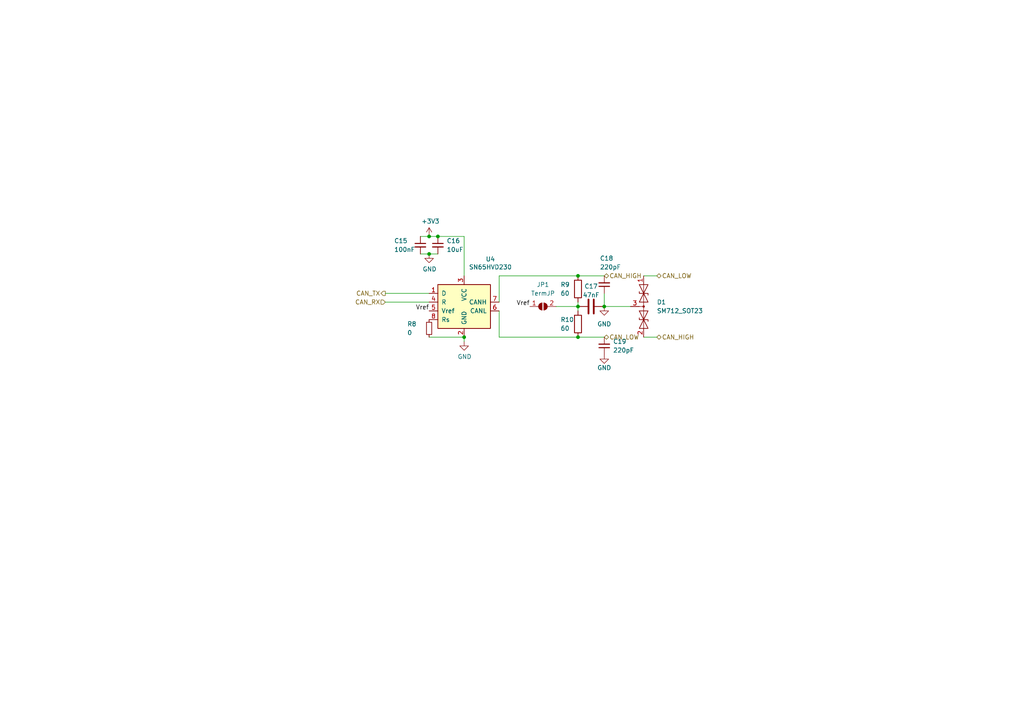
<source format=kicad_sch>
(kicad_sch (version 20211123) (generator eeschema)

  (uuid 58dc14f9-c158-4824-a84e-24a6a482a7a4)

  (paper "A4")

  (lib_symbols
    (symbol "Device:C" (pin_numbers hide) (pin_names (offset 0.254)) (in_bom yes) (on_board yes)
      (property "Reference" "C" (id 0) (at 0.635 2.54 0)
        (effects (font (size 1.27 1.27)) (justify left))
      )
      (property "Value" "C" (id 1) (at 0.635 -2.54 0)
        (effects (font (size 1.27 1.27)) (justify left))
      )
      (property "Footprint" "" (id 2) (at 0.9652 -3.81 0)
        (effects (font (size 1.27 1.27)) hide)
      )
      (property "Datasheet" "~" (id 3) (at 0 0 0)
        (effects (font (size 1.27 1.27)) hide)
      )
      (property "ki_keywords" "cap capacitor" (id 4) (at 0 0 0)
        (effects (font (size 1.27 1.27)) hide)
      )
      (property "ki_description" "Unpolarized capacitor" (id 5) (at 0 0 0)
        (effects (font (size 1.27 1.27)) hide)
      )
      (property "ki_fp_filters" "C_*" (id 6) (at 0 0 0)
        (effects (font (size 1.27 1.27)) hide)
      )
      (symbol "C_0_1"
        (polyline
          (pts
            (xy -2.032 -0.762)
            (xy 2.032 -0.762)
          )
          (stroke (width 0.508) (type default) (color 0 0 0 0))
          (fill (type none))
        )
        (polyline
          (pts
            (xy -2.032 0.762)
            (xy 2.032 0.762)
          )
          (stroke (width 0.508) (type default) (color 0 0 0 0))
          (fill (type none))
        )
      )
      (symbol "C_1_1"
        (pin passive line (at 0 3.81 270) (length 2.794)
          (name "~" (effects (font (size 1.27 1.27))))
          (number "1" (effects (font (size 1.27 1.27))))
        )
        (pin passive line (at 0 -3.81 90) (length 2.794)
          (name "~" (effects (font (size 1.27 1.27))))
          (number "2" (effects (font (size 1.27 1.27))))
        )
      )
    )
    (symbol "Device:C_Small" (pin_numbers hide) (pin_names (offset 0.254) hide) (in_bom yes) (on_board yes)
      (property "Reference" "C" (id 0) (at 0.254 1.778 0)
        (effects (font (size 1.27 1.27)) (justify left))
      )
      (property "Value" "C_Small" (id 1) (at 0.254 -2.032 0)
        (effects (font (size 1.27 1.27)) (justify left))
      )
      (property "Footprint" "" (id 2) (at 0 0 0)
        (effects (font (size 1.27 1.27)) hide)
      )
      (property "Datasheet" "~" (id 3) (at 0 0 0)
        (effects (font (size 1.27 1.27)) hide)
      )
      (property "ki_keywords" "capacitor cap" (id 4) (at 0 0 0)
        (effects (font (size 1.27 1.27)) hide)
      )
      (property "ki_description" "Unpolarized capacitor, small symbol" (id 5) (at 0 0 0)
        (effects (font (size 1.27 1.27)) hide)
      )
      (property "ki_fp_filters" "C_*" (id 6) (at 0 0 0)
        (effects (font (size 1.27 1.27)) hide)
      )
      (symbol "C_Small_0_1"
        (polyline
          (pts
            (xy -1.524 -0.508)
            (xy 1.524 -0.508)
          )
          (stroke (width 0.3302) (type default) (color 0 0 0 0))
          (fill (type none))
        )
        (polyline
          (pts
            (xy -1.524 0.508)
            (xy 1.524 0.508)
          )
          (stroke (width 0.3048) (type default) (color 0 0 0 0))
          (fill (type none))
        )
      )
      (symbol "C_Small_1_1"
        (pin passive line (at 0 2.54 270) (length 2.032)
          (name "~" (effects (font (size 1.27 1.27))))
          (number "1" (effects (font (size 1.27 1.27))))
        )
        (pin passive line (at 0 -2.54 90) (length 2.032)
          (name "~" (effects (font (size 1.27 1.27))))
          (number "2" (effects (font (size 1.27 1.27))))
        )
      )
    )
    (symbol "Device:R" (pin_numbers hide) (pin_names (offset 0)) (in_bom yes) (on_board yes)
      (property "Reference" "R" (id 0) (at 2.032 0 90)
        (effects (font (size 1.27 1.27)))
      )
      (property "Value" "R" (id 1) (at 0 0 90)
        (effects (font (size 1.27 1.27)))
      )
      (property "Footprint" "" (id 2) (at -1.778 0 90)
        (effects (font (size 1.27 1.27)) hide)
      )
      (property "Datasheet" "~" (id 3) (at 0 0 0)
        (effects (font (size 1.27 1.27)) hide)
      )
      (property "ki_keywords" "R res resistor" (id 4) (at 0 0 0)
        (effects (font (size 1.27 1.27)) hide)
      )
      (property "ki_description" "Resistor" (id 5) (at 0 0 0)
        (effects (font (size 1.27 1.27)) hide)
      )
      (property "ki_fp_filters" "R_*" (id 6) (at 0 0 0)
        (effects (font (size 1.27 1.27)) hide)
      )
      (symbol "R_0_1"
        (rectangle (start -1.016 -2.54) (end 1.016 2.54)
          (stroke (width 0.254) (type default) (color 0 0 0 0))
          (fill (type none))
        )
      )
      (symbol "R_1_1"
        (pin passive line (at 0 3.81 270) (length 1.27)
          (name "~" (effects (font (size 1.27 1.27))))
          (number "1" (effects (font (size 1.27 1.27))))
        )
        (pin passive line (at 0 -3.81 90) (length 1.27)
          (name "~" (effects (font (size 1.27 1.27))))
          (number "2" (effects (font (size 1.27 1.27))))
        )
      )
    )
    (symbol "Device:R_Small" (pin_numbers hide) (pin_names (offset 0.254) hide) (in_bom yes) (on_board yes)
      (property "Reference" "R" (id 0) (at 0.762 0.508 0)
        (effects (font (size 1.27 1.27)) (justify left))
      )
      (property "Value" "R_Small" (id 1) (at 0.762 -1.016 0)
        (effects (font (size 1.27 1.27)) (justify left))
      )
      (property "Footprint" "" (id 2) (at 0 0 0)
        (effects (font (size 1.27 1.27)) hide)
      )
      (property "Datasheet" "~" (id 3) (at 0 0 0)
        (effects (font (size 1.27 1.27)) hide)
      )
      (property "ki_keywords" "R resistor" (id 4) (at 0 0 0)
        (effects (font (size 1.27 1.27)) hide)
      )
      (property "ki_description" "Resistor, small symbol" (id 5) (at 0 0 0)
        (effects (font (size 1.27 1.27)) hide)
      )
      (property "ki_fp_filters" "R_*" (id 6) (at 0 0 0)
        (effects (font (size 1.27 1.27)) hide)
      )
      (symbol "R_Small_0_1"
        (rectangle (start -0.762 1.778) (end 0.762 -1.778)
          (stroke (width 0.2032) (type default) (color 0 0 0 0))
          (fill (type none))
        )
      )
      (symbol "R_Small_1_1"
        (pin passive line (at 0 2.54 270) (length 0.762)
          (name "~" (effects (font (size 1.27 1.27))))
          (number "1" (effects (font (size 1.27 1.27))))
        )
        (pin passive line (at 0 -2.54 90) (length 0.762)
          (name "~" (effects (font (size 1.27 1.27))))
          (number "2" (effects (font (size 1.27 1.27))))
        )
      )
    )
    (symbol "Diode:SM712_SOT23" (pin_names (offset 1.016) hide) (in_bom yes) (on_board yes)
      (property "Reference" "D" (id 0) (at 0 4.445 0)
        (effects (font (size 1.27 1.27)))
      )
      (property "Value" "SM712_SOT23" (id 1) (at 0 2.54 0)
        (effects (font (size 1.27 1.27)))
      )
      (property "Footprint" "Package_TO_SOT_SMD:SOT-23" (id 2) (at 0 -8.89 0)
        (effects (font (size 1.27 1.27)) hide)
      )
      (property "Datasheet" "https://www.littelfuse.com/~/media/electronics/datasheets/tvs_diode_arrays/littelfuse_tvs_diode_array_sm712_datasheet.pdf.pdf" (id 3) (at -3.81 0 0)
        (effects (font (size 1.27 1.27)) hide)
      )
      (property "ki_keywords" "transient voltage suppressor thyrector transil" (id 4) (at 0 0 0)
        (effects (font (size 1.27 1.27)) hide)
      )
      (property "ki_description" "7V/12V, 600W Asymmetrical TVS Diode Array, SOT-23" (id 5) (at 0 0 0)
        (effects (font (size 1.27 1.27)) hide)
      )
      (property "ki_fp_filters" "SOT?23*" (id 6) (at 0 0 0)
        (effects (font (size 1.27 1.27)) hide)
      )
      (symbol "SM712_SOT23_0_0"
        (polyline
          (pts
            (xy 0 -1.27)
            (xy 0 0)
          )
          (stroke (width 0) (type default) (color 0 0 0 0))
          (fill (type none))
        )
      )
      (symbol "SM712_SOT23_0_1"
        (polyline
          (pts
            (xy -6.35 0)
            (xy 6.35 0)
          )
          (stroke (width 0) (type default) (color 0 0 0 0))
          (fill (type none))
        )
        (polyline
          (pts
            (xy -3.302 1.27)
            (xy -3.81 1.27)
            (xy -3.81 -1.27)
            (xy -4.318 -1.27)
          )
          (stroke (width 0.2032) (type default) (color 0 0 0 0))
          (fill (type none))
        )
        (polyline
          (pts
            (xy 4.318 1.27)
            (xy 3.81 1.27)
            (xy 3.81 -1.27)
            (xy 3.302 -1.27)
          )
          (stroke (width 0.2032) (type default) (color 0 0 0 0))
          (fill (type none))
        )
        (polyline
          (pts
            (xy -6.35 -1.27)
            (xy -1.27 1.27)
            (xy -1.27 -1.27)
            (xy -6.35 1.27)
            (xy -6.35 -1.27)
          )
          (stroke (width 0.2032) (type default) (color 0 0 0 0))
          (fill (type none))
        )
        (polyline
          (pts
            (xy 1.27 -1.27)
            (xy 1.27 1.27)
            (xy 6.35 -1.27)
            (xy 6.35 1.27)
            (xy 1.27 -1.27)
          )
          (stroke (width 0.2032) (type default) (color 0 0 0 0))
          (fill (type none))
        )
        (circle (center 0 0) (radius 0.254)
          (stroke (width 0) (type default) (color 0 0 0 0))
          (fill (type outline))
        )
      )
      (symbol "SM712_SOT23_1_1"
        (pin passive line (at -8.89 0 0) (length 2.54)
          (name "A1" (effects (font (size 1.27 1.27))))
          (number "1" (effects (font (size 1.27 1.27))))
        )
        (pin passive line (at 8.89 0 180) (length 2.54)
          (name "A2" (effects (font (size 1.27 1.27))))
          (number "2" (effects (font (size 1.27 1.27))))
        )
        (pin input line (at 0 -3.81 90) (length 2.54)
          (name "common" (effects (font (size 1.27 1.27))))
          (number "3" (effects (font (size 1.27 1.27))))
        )
      )
    )
    (symbol "Interface_CAN_LIN:SN65HVD230" (pin_names (offset 1.016)) (in_bom yes) (on_board yes)
      (property "Reference" "U" (id 0) (at -2.54 10.16 0)
        (effects (font (size 1.27 1.27)) (justify right))
      )
      (property "Value" "SN65HVD230" (id 1) (at -2.54 7.62 0)
        (effects (font (size 1.27 1.27)) (justify right))
      )
      (property "Footprint" "Package_SO:SOIC-8_3.9x4.9mm_P1.27mm" (id 2) (at 0 -12.7 0)
        (effects (font (size 1.27 1.27)) hide)
      )
      (property "Datasheet" "http://www.ti.com/lit/ds/symlink/sn65hvd230.pdf" (id 3) (at -2.54 10.16 0)
        (effects (font (size 1.27 1.27)) hide)
      )
      (property "ki_keywords" "can transeiver ti low-power" (id 4) (at 0 0 0)
        (effects (font (size 1.27 1.27)) hide)
      )
      (property "ki_description" "CAN Bus Transceivers, 3.3V, 1Mbps, Low-Power capabilities, SOIC-8" (id 5) (at 0 0 0)
        (effects (font (size 1.27 1.27)) hide)
      )
      (property "ki_fp_filters" "SOIC*3.9x4.9mm*P1.27mm*" (id 6) (at 0 0 0)
        (effects (font (size 1.27 1.27)) hide)
      )
      (symbol "SN65HVD230_0_1"
        (rectangle (start -7.62 5.08) (end 7.62 -7.62)
          (stroke (width 0.254) (type default) (color 0 0 0 0))
          (fill (type background))
        )
      )
      (symbol "SN65HVD230_1_1"
        (pin input line (at -10.16 2.54 0) (length 2.54)
          (name "D" (effects (font (size 1.27 1.27))))
          (number "1" (effects (font (size 1.27 1.27))))
        )
        (pin power_in line (at 0 -10.16 90) (length 2.54)
          (name "GND" (effects (font (size 1.27 1.27))))
          (number "2" (effects (font (size 1.27 1.27))))
        )
        (pin power_in line (at 0 7.62 270) (length 2.54)
          (name "VCC" (effects (font (size 1.27 1.27))))
          (number "3" (effects (font (size 1.27 1.27))))
        )
        (pin output line (at -10.16 0 0) (length 2.54)
          (name "R" (effects (font (size 1.27 1.27))))
          (number "4" (effects (font (size 1.27 1.27))))
        )
        (pin output line (at -10.16 -2.54 0) (length 2.54)
          (name "Vref" (effects (font (size 1.27 1.27))))
          (number "5" (effects (font (size 1.27 1.27))))
        )
        (pin bidirectional line (at 10.16 -2.54 180) (length 2.54)
          (name "CANL" (effects (font (size 1.27 1.27))))
          (number "6" (effects (font (size 1.27 1.27))))
        )
        (pin bidirectional line (at 10.16 0 180) (length 2.54)
          (name "CANH" (effects (font (size 1.27 1.27))))
          (number "7" (effects (font (size 1.27 1.27))))
        )
        (pin input line (at -10.16 -5.08 0) (length 2.54)
          (name "Rs" (effects (font (size 1.27 1.27))))
          (number "8" (effects (font (size 1.27 1.27))))
        )
      )
    )
    (symbol "Jumper:SolderJumper_2_Open" (pin_names (offset 0) hide) (in_bom yes) (on_board yes)
      (property "Reference" "JP" (id 0) (at 0 2.032 0)
        (effects (font (size 1.27 1.27)))
      )
      (property "Value" "SolderJumper_2_Open" (id 1) (at 0 -2.54 0)
        (effects (font (size 1.27 1.27)))
      )
      (property "Footprint" "" (id 2) (at 0 0 0)
        (effects (font (size 1.27 1.27)) hide)
      )
      (property "Datasheet" "~" (id 3) (at 0 0 0)
        (effects (font (size 1.27 1.27)) hide)
      )
      (property "ki_keywords" "solder jumper SPST" (id 4) (at 0 0 0)
        (effects (font (size 1.27 1.27)) hide)
      )
      (property "ki_description" "Solder Jumper, 2-pole, open" (id 5) (at 0 0 0)
        (effects (font (size 1.27 1.27)) hide)
      )
      (property "ki_fp_filters" "SolderJumper*Open*" (id 6) (at 0 0 0)
        (effects (font (size 1.27 1.27)) hide)
      )
      (symbol "SolderJumper_2_Open_0_1"
        (arc (start -0.254 1.016) (mid -1.27 0) (end -0.254 -1.016)
          (stroke (width 0) (type default) (color 0 0 0 0))
          (fill (type none))
        )
        (arc (start -0.254 1.016) (mid -1.27 0) (end -0.254 -1.016)
          (stroke (width 0) (type default) (color 0 0 0 0))
          (fill (type outline))
        )
        (polyline
          (pts
            (xy -0.254 1.016)
            (xy -0.254 -1.016)
          )
          (stroke (width 0) (type default) (color 0 0 0 0))
          (fill (type none))
        )
        (polyline
          (pts
            (xy 0.254 1.016)
            (xy 0.254 -1.016)
          )
          (stroke (width 0) (type default) (color 0 0 0 0))
          (fill (type none))
        )
        (arc (start 0.254 -1.016) (mid 1.27 0) (end 0.254 1.016)
          (stroke (width 0) (type default) (color 0 0 0 0))
          (fill (type none))
        )
        (arc (start 0.254 -1.016) (mid 1.27 0) (end 0.254 1.016)
          (stroke (width 0) (type default) (color 0 0 0 0))
          (fill (type outline))
        )
      )
      (symbol "SolderJumper_2_Open_1_1"
        (pin passive line (at -3.81 0 0) (length 2.54)
          (name "A" (effects (font (size 1.27 1.27))))
          (number "1" (effects (font (size 1.27 1.27))))
        )
        (pin passive line (at 3.81 0 180) (length 2.54)
          (name "B" (effects (font (size 1.27 1.27))))
          (number "2" (effects (font (size 1.27 1.27))))
        )
      )
    )
    (symbol "power:+3.3V" (power) (pin_names (offset 0)) (in_bom yes) (on_board yes)
      (property "Reference" "#PWR" (id 0) (at 0 -3.81 0)
        (effects (font (size 1.27 1.27)) hide)
      )
      (property "Value" "+3.3V" (id 1) (at 0 3.556 0)
        (effects (font (size 1.27 1.27)))
      )
      (property "Footprint" "" (id 2) (at 0 0 0)
        (effects (font (size 1.27 1.27)) hide)
      )
      (property "Datasheet" "" (id 3) (at 0 0 0)
        (effects (font (size 1.27 1.27)) hide)
      )
      (property "ki_keywords" "power-flag" (id 4) (at 0 0 0)
        (effects (font (size 1.27 1.27)) hide)
      )
      (property "ki_description" "Power symbol creates a global label with name \"+3.3V\"" (id 5) (at 0 0 0)
        (effects (font (size 1.27 1.27)) hide)
      )
      (symbol "+3.3V_0_1"
        (polyline
          (pts
            (xy -0.762 1.27)
            (xy 0 2.54)
          )
          (stroke (width 0) (type default) (color 0 0 0 0))
          (fill (type none))
        )
        (polyline
          (pts
            (xy 0 0)
            (xy 0 2.54)
          )
          (stroke (width 0) (type default) (color 0 0 0 0))
          (fill (type none))
        )
        (polyline
          (pts
            (xy 0 2.54)
            (xy 0.762 1.27)
          )
          (stroke (width 0) (type default) (color 0 0 0 0))
          (fill (type none))
        )
      )
      (symbol "+3.3V_1_1"
        (pin power_in line (at 0 0 90) (length 0) hide
          (name "+3V3" (effects (font (size 1.27 1.27))))
          (number "1" (effects (font (size 1.27 1.27))))
        )
      )
    )
    (symbol "power:GND" (power) (pin_names (offset 0)) (in_bom yes) (on_board yes)
      (property "Reference" "#PWR" (id 0) (at 0 -6.35 0)
        (effects (font (size 1.27 1.27)) hide)
      )
      (property "Value" "GND" (id 1) (at 0 -3.81 0)
        (effects (font (size 1.27 1.27)))
      )
      (property "Footprint" "" (id 2) (at 0 0 0)
        (effects (font (size 1.27 1.27)) hide)
      )
      (property "Datasheet" "" (id 3) (at 0 0 0)
        (effects (font (size 1.27 1.27)) hide)
      )
      (property "ki_keywords" "power-flag" (id 4) (at 0 0 0)
        (effects (font (size 1.27 1.27)) hide)
      )
      (property "ki_description" "Power symbol creates a global label with name \"GND\" , ground" (id 5) (at 0 0 0)
        (effects (font (size 1.27 1.27)) hide)
      )
      (symbol "GND_0_1"
        (polyline
          (pts
            (xy 0 0)
            (xy 0 -1.27)
            (xy 1.27 -1.27)
            (xy 0 -2.54)
            (xy -1.27 -1.27)
            (xy 0 -1.27)
          )
          (stroke (width 0) (type default) (color 0 0 0 0))
          (fill (type none))
        )
      )
      (symbol "GND_1_1"
        (pin power_in line (at 0 0 270) (length 0) hide
          (name "GND" (effects (font (size 1.27 1.27))))
          (number "1" (effects (font (size 1.27 1.27))))
        )
      )
    )
  )

  (junction (at 124.46 73.66) (diameter 0) (color 0 0 0 0)
    (uuid 23491ef2-02d6-433a-bd5f-f5a5367f6a15)
  )
  (junction (at 167.64 88.9) (diameter 0) (color 0 0 0 0)
    (uuid 2721e00b-3024-4b49-84cb-0a6dc6bf1080)
  )
  (junction (at 124.46 68.58) (diameter 0) (color 0 0 0 0)
    (uuid 39d43575-9958-453d-83d7-4e87cd3821ce)
  )
  (junction (at 167.64 80.01) (diameter 0) (color 0 0 0 0)
    (uuid 491eeab2-edc6-4986-afcf-a58b5c6af4e9)
  )
  (junction (at 175.26 88.9) (diameter 0) (color 0 0 0 0)
    (uuid 67ba57a7-a16e-4aa8-8f01-c3d4b455de0e)
  )
  (junction (at 167.64 97.79) (diameter 0) (color 0 0 0 0)
    (uuid 9cbc95c6-541a-457c-99c9-f0940b8421b1)
  )
  (junction (at 127 68.58) (diameter 0) (color 0 0 0 0)
    (uuid b9243f32-dec4-4ce4-9135-296b9a4faaad)
  )
  (junction (at 134.62 97.79) (diameter 0) (color 0 0 0 0)
    (uuid be75b37b-9c0e-448c-a8a9-e9c9aa0a3d51)
  )

  (wire (pts (xy 186.69 97.79) (xy 190.5 97.79))
    (stroke (width 0) (type default) (color 0 0 0 0))
    (uuid 004ee8ee-666d-437c-a0c0-8bfd64f211c8)
  )
  (wire (pts (xy 134.62 68.58) (xy 134.62 80.01))
    (stroke (width 0) (type default) (color 0 0 0 0))
    (uuid 0b7542b1-d4a5-4aec-8ea5-110b5fa3b496)
  )
  (wire (pts (xy 121.92 73.66) (xy 124.46 73.66))
    (stroke (width 0) (type default) (color 0 0 0 0))
    (uuid 27b54dcf-cf59-47b6-b4b5-6cb225ea335a)
  )
  (wire (pts (xy 144.78 90.17) (xy 144.78 97.79))
    (stroke (width 0) (type default) (color 0 0 0 0))
    (uuid 27cb800c-91f2-4581-a3df-283140f8de7a)
  )
  (wire (pts (xy 175.26 85.09) (xy 175.26 88.9))
    (stroke (width 0) (type default) (color 0 0 0 0))
    (uuid 33b30c1e-0c8b-428a-9cc0-88e1b39db179)
  )
  (wire (pts (xy 124.46 68.58) (xy 127 68.58))
    (stroke (width 0) (type default) (color 0 0 0 0))
    (uuid 3f60c039-330f-4f69-9cc9-3e4bb05f77b6)
  )
  (wire (pts (xy 175.26 88.9) (xy 182.88 88.9))
    (stroke (width 0) (type default) (color 0 0 0 0))
    (uuid 42549dab-3d39-4fd2-a300-f5bac3018b6b)
  )
  (wire (pts (xy 111.76 87.63) (xy 124.46 87.63))
    (stroke (width 0) (type default) (color 0 0 0 0))
    (uuid 4fbc0dd6-499e-46bf-b453-8865e610d54c)
  )
  (wire (pts (xy 167.64 97.79) (xy 175.26 97.79))
    (stroke (width 0) (type default) (color 0 0 0 0))
    (uuid 5c127e1d-9054-40de-b6da-6ff907316b45)
  )
  (wire (pts (xy 124.46 73.66) (xy 127 73.66))
    (stroke (width 0) (type default) (color 0 0 0 0))
    (uuid 5f7d6f8f-464b-4575-8c77-f9539cf4421d)
  )
  (wire (pts (xy 167.64 88.9) (xy 167.64 90.17))
    (stroke (width 0) (type default) (color 0 0 0 0))
    (uuid 63e02256-f03f-4cb0-a3e7-95d5e2f9b9e7)
  )
  (wire (pts (xy 186.69 80.01) (xy 190.5 80.01))
    (stroke (width 0) (type default) (color 0 0 0 0))
    (uuid 73de24e2-b5fe-46dc-a394-fa8483f46b2c)
  )
  (wire (pts (xy 111.76 85.09) (xy 124.46 85.09))
    (stroke (width 0) (type default) (color 0 0 0 0))
    (uuid 86e29d56-af4c-40fe-8fb4-6d774d3564c0)
  )
  (wire (pts (xy 144.78 97.79) (xy 167.64 97.79))
    (stroke (width 0) (type default) (color 0 0 0 0))
    (uuid 87b056ce-c433-4082-bd07-29a24fd1dfc2)
  )
  (wire (pts (xy 167.64 87.63) (xy 167.64 88.9))
    (stroke (width 0) (type default) (color 0 0 0 0))
    (uuid 983eed90-32b1-432e-a36f-f9ca56bf3fa5)
  )
  (wire (pts (xy 161.29 88.9) (xy 167.64 88.9))
    (stroke (width 0) (type default) (color 0 0 0 0))
    (uuid 993f78b7-74d0-4de5-bec0-8c141bf90bff)
  )
  (wire (pts (xy 124.46 97.79) (xy 134.62 97.79))
    (stroke (width 0) (type default) (color 0 0 0 0))
    (uuid 9a9b3927-c7e1-4560-999f-db27cf281135)
  )
  (wire (pts (xy 127 68.58) (xy 134.62 68.58))
    (stroke (width 0) (type default) (color 0 0 0 0))
    (uuid 9b0c79c6-7494-4c8f-a100-8ae44944cf3d)
  )
  (wire (pts (xy 121.92 68.58) (xy 124.46 68.58))
    (stroke (width 0) (type default) (color 0 0 0 0))
    (uuid a167e8c4-c67c-4825-ad64-818b06ec0b1f)
  )
  (wire (pts (xy 167.64 80.01) (xy 175.26 80.01))
    (stroke (width 0) (type default) (color 0 0 0 0))
    (uuid a86a5d03-8199-4b24-8e6f-6c3eda94bcc9)
  )
  (wire (pts (xy 134.62 99.06) (xy 134.62 97.79))
    (stroke (width 0) (type default) (color 0 0 0 0))
    (uuid c2bdd96b-ae16-41e0-9c01-22c8cd929bb9)
  )
  (wire (pts (xy 144.78 87.63) (xy 144.78 80.01))
    (stroke (width 0) (type default) (color 0 0 0 0))
    (uuid d4c327da-8bbe-4734-99a6-a6c90a8a09d8)
  )
  (wire (pts (xy 144.78 80.01) (xy 167.64 80.01))
    (stroke (width 0) (type default) (color 0 0 0 0))
    (uuid f3b76ada-10d9-40b1-a4af-ff68421411c5)
  )

  (label "Vref" (at 124.46 90.17 180)
    (effects (font (size 1.27 1.27)) (justify right bottom))
    (uuid 85878c11-d4b5-4d11-a6be-f032d8348a4d)
  )
  (label "Vref" (at 153.67 88.9 180)
    (effects (font (size 1.27 1.27)) (justify right bottom))
    (uuid ceaec669-42ab-4740-975c-9af0f9579f52)
  )

  (hierarchical_label "CAN_RX" (shape input) (at 111.76 87.63 180)
    (effects (font (size 1.27 1.27)) (justify right))
    (uuid 13abf99d-5265-4779-8973-e94370fd18ff)
  )
  (hierarchical_label "CAN_HIGH" (shape bidirectional) (at 175.26 80.01 0)
    (effects (font (size 1.27 1.27)) (justify left))
    (uuid 52d50990-7239-4271-ab7f-bd767c23b436)
  )
  (hierarchical_label "CAN_TX" (shape output) (at 111.76 85.09 180)
    (effects (font (size 1.27 1.27)) (justify right))
    (uuid a05d7640-f2f6-4ba7-8c51-5a4af431fc13)
  )
  (hierarchical_label "CAN_HIGH" (shape bidirectional) (at 190.5 97.79 0)
    (effects (font (size 1.27 1.27)) (justify left))
    (uuid bd1609c1-9e92-4ee5-b01d-8d00f8dc62fa)
  )
  (hierarchical_label "CAN_LOW" (shape bidirectional) (at 190.5 80.01 0)
    (effects (font (size 1.27 1.27)) (justify left))
    (uuid d9b4b9ec-e761-4f6a-8f3c-09025e57fd3d)
  )
  (hierarchical_label "CAN_LOW" (shape bidirectional) (at 175.26 97.79 0)
    (effects (font (size 1.27 1.27)) (justify left))
    (uuid f5416ddf-59ed-4f48-b51e-bab29af9d5f1)
  )

  (symbol (lib_id "power:GND") (at 134.62 99.06 0) (unit 1)
    (in_bom yes) (on_board yes) (fields_autoplaced)
    (uuid 00000000-0000-0000-0000-000061946eb3)
    (property "Reference" "#PWR032" (id 0) (at 134.62 105.41 0)
      (effects (font (size 1.27 1.27)) hide)
    )
    (property "Value" "GND" (id 1) (at 134.747 103.4542 0))
    (property "Footprint" "" (id 2) (at 134.62 99.06 0)
      (effects (font (size 1.27 1.27)) hide)
    )
    (property "Datasheet" "" (id 3) (at 134.62 99.06 0)
      (effects (font (size 1.27 1.27)) hide)
    )
    (pin "1" (uuid a56d1fde-b4ad-42de-a848-9c94bc0cbe09))
  )

  (symbol (lib_id "power:+3.3V") (at 124.46 68.58 0) (unit 1)
    (in_bom yes) (on_board yes) (fields_autoplaced)
    (uuid 00000000-0000-0000-0000-000061946eb9)
    (property "Reference" "#PWR030" (id 0) (at 124.46 72.39 0)
      (effects (font (size 1.27 1.27)) hide)
    )
    (property "Value" "+3.3V" (id 1) (at 124.841 64.1858 0))
    (property "Footprint" "" (id 2) (at 124.46 68.58 0)
      (effects (font (size 1.27 1.27)) hide)
    )
    (property "Datasheet" "" (id 3) (at 124.46 68.58 0)
      (effects (font (size 1.27 1.27)) hide)
    )
    (pin "1" (uuid 510813ff-4301-4d7b-b640-805049ac6194))
  )

  (symbol (lib_id "Interface_CAN_LIN:SN65HVD230") (at 134.62 87.63 0) (unit 1)
    (in_bom yes) (on_board yes) (fields_autoplaced)
    (uuid 00000000-0000-0000-0000-000061946ec3)
    (property "Reference" "U2" (id 0) (at 142.24 75.1586 0))
    (property "Value" "SN65HVD230" (id 1) (at 142.24 77.47 0))
    (property "Footprint" "Package_SO:SOIC-8_3.9x4.9mm_P1.27mm" (id 2) (at 134.62 100.33 0)
      (effects (font (size 1.27 1.27)) hide)
    )
    (property "Datasheet" "http://www.ti.com/lit/ds/symlink/sn65hvd230.pdf" (id 3) (at 132.08 77.47 0)
      (effects (font (size 1.27 1.27)) hide)
    )
    (pin "1" (uuid 6bdf4c09-0d97-4f84-a45b-4830c8cb3132))
    (pin "2" (uuid 8524da93-8e55-4af1-8974-d6a0c4c21263))
    (pin "3" (uuid dfe0615d-48dd-4d5e-ae77-f5a2410688c9))
    (pin "4" (uuid cdce2be4-88ef-44ed-b591-e6404a14a2cf))
    (pin "5" (uuid 64d84e49-aaf5-4eba-8a78-1b20287a1fe2))
    (pin "6" (uuid 5f9c5087-aeae-41db-97be-1dd276294553))
    (pin "7" (uuid ab15be4c-1efb-422a-9053-a5c97ba751b0))
    (pin "8" (uuid 570ee06f-38f1-44a9-ae2b-f08cf56305e0))
  )

  (symbol (lib_id "Device:C_Small") (at 127 71.12 0) (unit 1)
    (in_bom yes) (on_board yes) (fields_autoplaced)
    (uuid 06b0d844-1c7a-43fd-b8a5-ad8e34e13aac)
    (property "Reference" "C16" (id 0) (at 129.54 69.8562 0)
      (effects (font (size 1.27 1.27)) (justify left))
    )
    (property "Value" "10uF" (id 1) (at 129.54 72.3962 0)
      (effects (font (size 1.27 1.27)) (justify left))
    )
    (property "Footprint" "Capacitor_SMD:C_0402_1005Metric" (id 2) (at 127 71.12 0)
      (effects (font (size 1.27 1.27)) hide)
    )
    (property "Datasheet" "~" (id 3) (at 127 71.12 0)
      (effects (font (size 1.27 1.27)) hide)
    )
    (pin "1" (uuid 10b20214-515e-42bb-84a6-3f883f19ddfd))
    (pin "2" (uuid 4d2216bc-b14e-4a5b-b3c8-81ce9666e6b8))
  )

  (symbol (lib_id "Device:C_Small") (at 175.26 82.55 180) (unit 1)
    (in_bom yes) (on_board yes)
    (uuid 23622c20-4a70-4ee7-b39c-f5519633413f)
    (property "Reference" "C18" (id 0) (at 173.99 74.93 0)
      (effects (font (size 1.27 1.27)) (justify right))
    )
    (property "Value" "220pF" (id 1) (at 173.99 77.47 0)
      (effects (font (size 1.27 1.27)) (justify right))
    )
    (property "Footprint" "Capacitor_SMD:C_0402_1005Metric" (id 2) (at 175.26 82.55 0)
      (effects (font (size 1.27 1.27)) hide)
    )
    (property "Datasheet" "~" (id 3) (at 175.26 82.55 0)
      (effects (font (size 1.27 1.27)) hide)
    )
    (pin "1" (uuid 6a8c2151-de75-4ce4-92b6-d503d15c9ad4))
    (pin "2" (uuid 75f2870c-086d-4bb5-b7c6-e85cea1de9f0))
  )

  (symbol (lib_id "Diode:SM712_SOT23") (at 186.69 88.9 270) (unit 1)
    (in_bom yes) (on_board yes) (fields_autoplaced)
    (uuid 4717c16e-4caf-41db-976f-f247d2a86ecc)
    (property "Reference" "D1" (id 0) (at 190.5 87.63 90)
      (effects (font (size 1.27 1.27)) (justify left))
    )
    (property "Value" "SM712_SOT23" (id 1) (at 190.5 90.17 90)
      (effects (font (size 1.27 1.27)) (justify left))
    )
    (property "Footprint" "Package_TO_SOT_SMD:SOT-23" (id 2) (at 177.8 88.9 0)
      (effects (font (size 1.27 1.27)) hide)
    )
    (property "Datasheet" "https://www.littelfuse.com/~/media/electronics/datasheets/tvs_diode_arrays/littelfuse_tvs_diode_array_sm712_datasheet.pdf.pdf" (id 3) (at 186.69 85.09 0)
      (effects (font (size 1.27 1.27)) hide)
    )
    (pin "1" (uuid 61d401ba-9a92-46cf-9e74-830b4bae03e8))
    (pin "2" (uuid 0fd63885-740c-4de9-912d-b4c053174f76))
    (pin "3" (uuid c3ea2a06-1773-4450-9273-f6d2533c8ea8))
  )

  (symbol (lib_id "power:GND") (at 175.26 88.9 0) (unit 1)
    (in_bom yes) (on_board yes) (fields_autoplaced)
    (uuid 49208f5a-f73e-42f1-9d7d-382d975bd991)
    (property "Reference" "#PWR033" (id 0) (at 175.26 95.25 0)
      (effects (font (size 1.27 1.27)) hide)
    )
    (property "Value" "GND" (id 1) (at 175.26 93.98 0))
    (property "Footprint" "" (id 2) (at 175.26 88.9 0)
      (effects (font (size 1.27 1.27)) hide)
    )
    (property "Datasheet" "" (id 3) (at 175.26 88.9 0)
      (effects (font (size 1.27 1.27)) hide)
    )
    (pin "1" (uuid 7279e70a-593e-4bf1-954b-79591693ce8a))
  )

  (symbol (lib_id "power:GND") (at 175.26 102.87 0) (unit 1)
    (in_bom yes) (on_board yes) (fields_autoplaced)
    (uuid 54c27e2d-52b9-4197-956b-7db5f761b4df)
    (property "Reference" "#PWR034" (id 0) (at 175.26 109.22 0)
      (effects (font (size 1.27 1.27)) hide)
    )
    (property "Value" "GND" (id 1) (at 175.26 106.68 0))
    (property "Footprint" "" (id 2) (at 175.26 102.87 0)
      (effects (font (size 1.27 1.27)) hide)
    )
    (property "Datasheet" "" (id 3) (at 175.26 102.87 0)
      (effects (font (size 1.27 1.27)) hide)
    )
    (pin "1" (uuid 75828b44-2df4-489c-be52-aa6efeac5bb8))
  )

  (symbol (lib_id "Device:C_Small") (at 121.92 71.12 0) (unit 1)
    (in_bom yes) (on_board yes) (fields_autoplaced)
    (uuid 759646bf-5c31-420e-aff7-2c1a28ce32e1)
    (property "Reference" "C15" (id 0) (at 114.3 69.85 0)
      (effects (font (size 1.27 1.27)) (justify left))
    )
    (property "Value" "100nF" (id 1) (at 114.3 72.39 0)
      (effects (font (size 1.27 1.27)) (justify left))
    )
    (property "Footprint" "Capacitor_SMD:C_0402_1005Metric" (id 2) (at 121.92 71.12 0)
      (effects (font (size 1.27 1.27)) hide)
    )
    (property "Datasheet" "~" (id 3) (at 121.92 71.12 0)
      (effects (font (size 1.27 1.27)) hide)
    )
    (pin "1" (uuid 805ff4df-d739-4b80-8686-b130f0f1e4c4))
    (pin "2" (uuid f5ddb397-39ab-4fbf-9fd3-c48b6fed8346))
  )

  (symbol (lib_id "Device:R_Small") (at 124.46 95.25 0) (unit 1)
    (in_bom yes) (on_board yes)
    (uuid c0a35b75-0e83-4311-add3-5a3930110d30)
    (property "Reference" "R8" (id 0) (at 118.11 93.98 0)
      (effects (font (size 1.27 1.27)) (justify left))
    )
    (property "Value" "0" (id 1) (at 118.11 96.52 0)
      (effects (font (size 1.27 1.27)) (justify left))
    )
    (property "Footprint" "Resistor_SMD:R_0603_1608Metric" (id 2) (at 124.46 95.25 0)
      (effects (font (size 1.27 1.27)) hide)
    )
    (property "Datasheet" "~" (id 3) (at 124.46 95.25 0)
      (effects (font (size 1.27 1.27)) hide)
    )
    (pin "1" (uuid 0acf5207-dd79-49f1-8d0b-a23806cfadfa))
    (pin "2" (uuid 4a0df9af-6be8-477d-851f-90af9a31af0a))
  )

  (symbol (lib_id "Device:R") (at 167.64 93.98 0) (unit 1)
    (in_bom yes) (on_board yes) (fields_autoplaced)
    (uuid c363df37-be76-44cd-846e-5e1010ee0d3e)
    (property "Reference" "R10" (id 0) (at 162.56 92.71 0)
      (effects (font (size 1.27 1.27)) (justify left))
    )
    (property "Value" "60" (id 1) (at 162.56 95.25 0)
      (effects (font (size 1.27 1.27)) (justify left))
    )
    (property "Footprint" "Resistor_SMD:R_0603_1608Metric" (id 2) (at 165.862 93.98 90)
      (effects (font (size 1.27 1.27)) hide)
    )
    (property "Datasheet" "~" (id 3) (at 167.64 93.98 0)
      (effects (font (size 1.27 1.27)) hide)
    )
    (pin "1" (uuid 90f3d599-bb98-41e3-85f2-638568426026))
    (pin "2" (uuid 666b110b-64b3-4b1b-b648-8cefb6eb0bcb))
  )

  (symbol (lib_id "Device:R") (at 167.64 83.82 0) (unit 1)
    (in_bom yes) (on_board yes) (fields_autoplaced)
    (uuid c4e42d16-8dbe-42af-a61a-faa72b95fe53)
    (property "Reference" "R9" (id 0) (at 162.56 82.55 0)
      (effects (font (size 1.27 1.27)) (justify left))
    )
    (property "Value" "60" (id 1) (at 162.56 85.09 0)
      (effects (font (size 1.27 1.27)) (justify left))
    )
    (property "Footprint" "Resistor_SMD:R_0603_1608Metric" (id 2) (at 165.862 83.82 90)
      (effects (font (size 1.27 1.27)) hide)
    )
    (property "Datasheet" "~" (id 3) (at 167.64 83.82 0)
      (effects (font (size 1.27 1.27)) hide)
    )
    (pin "1" (uuid 7aa89fde-e48a-459c-a6d3-ab42cc193dc3))
    (pin "2" (uuid d6841618-1848-4345-b481-0df763199957))
  )

  (symbol (lib_id "Device:C") (at 171.45 88.9 90) (unit 1)
    (in_bom yes) (on_board yes) (fields_autoplaced)
    (uuid c905e3f6-13b1-4d5f-8bb5-930cfa107996)
    (property "Reference" "C17" (id 0) (at 171.45 83.0412 90))
    (property "Value" "47nF" (id 1) (at 171.45 85.5781 90))
    (property "Footprint" "Capacitor_SMD:C_0402_1005Metric" (id 2) (at 175.26 87.9348 0)
      (effects (font (size 1.27 1.27)) hide)
    )
    (property "Datasheet" "~" (id 3) (at 171.45 88.9 0)
      (effects (font (size 1.27 1.27)) hide)
    )
    (pin "1" (uuid 661ee4cc-5365-4f1b-b95c-ab7b5ae3a4b3))
    (pin "2" (uuid 8295075a-cd4f-4e53-9e2b-b976b5e9ea64))
  )

  (symbol (lib_id "power:GND") (at 124.46 73.66 0) (unit 1)
    (in_bom yes) (on_board yes) (fields_autoplaced)
    (uuid d85aebac-c325-42de-8c8e-5349542a2954)
    (property "Reference" "#PWR031" (id 0) (at 124.46 80.01 0)
      (effects (font (size 1.27 1.27)) hide)
    )
    (property "Value" "GND" (id 1) (at 124.587 78.0542 0))
    (property "Footprint" "" (id 2) (at 124.46 73.66 0)
      (effects (font (size 1.27 1.27)) hide)
    )
    (property "Datasheet" "" (id 3) (at 124.46 73.66 0)
      (effects (font (size 1.27 1.27)) hide)
    )
    (pin "1" (uuid 4c69aef8-d654-4204-8883-b2a00aa0121d))
  )

  (symbol (lib_id "Jumper:SolderJumper_2_Open") (at 157.48 88.9 0) (unit 1)
    (in_bom yes) (on_board yes) (fields_autoplaced)
    (uuid deb2b25e-9fb0-448e-88c5-95a67db1d371)
    (property "Reference" "JP1" (id 0) (at 157.48 82.55 0))
    (property "Value" "TermJP" (id 1) (at 157.48 85.09 0))
    (property "Footprint" "iclr:SmallerSolderJP" (id 2) (at 157.48 88.9 0)
      (effects (font (size 1.27 1.27)) hide)
    )
    (property "Datasheet" "~" (id 3) (at 157.48 88.9 0)
      (effects (font (size 1.27 1.27)) hide)
    )
    (pin "1" (uuid 02687bfe-ff5d-46db-8b17-8d511831222d))
    (pin "2" (uuid d46021fe-915e-49d5-a5e2-38f7dc5223f8))
  )

  (symbol (lib_id "Device:C_Small") (at 175.26 100.33 180) (unit 1)
    (in_bom yes) (on_board yes) (fields_autoplaced)
    (uuid f5a97da1-282d-43a4-ae5f-607cebde55a6)
    (property "Reference" "C19" (id 0) (at 177.8 99.0535 0)
      (effects (font (size 1.27 1.27)) (justify right))
    )
    (property "Value" "220pF" (id 1) (at 177.8 101.5935 0)
      (effects (font (size 1.27 1.27)) (justify right))
    )
    (property "Footprint" "Capacitor_SMD:C_0402_1005Metric" (id 2) (at 175.26 100.33 0)
      (effects (font (size 1.27 1.27)) hide)
    )
    (property "Datasheet" "~" (id 3) (at 175.26 100.33 0)
      (effects (font (size 1.27 1.27)) hide)
    )
    (pin "1" (uuid c685cfd7-e386-40bf-bf60-826ff44dfc78))
    (pin "2" (uuid 38414853-6148-45ae-9788-69224b7341e0))
  )

  (sheet_instances
    (path "/" (page "1"))
  )

  (symbol_instances
    (path "/00000000-0000-0000-0000-000061946eb3"
      (reference "#PWR0130") (unit 1) (value "GND") (footprint "")
    )
    (path "/00000000-0000-0000-0000-000061946eb9"
      (reference "#PWR0131") (unit 1) (value "+3.3V") (footprint "")
    )
    (path "/00000000-0000-0000-0000-000061946ec3"
      (reference "U4") (unit 1) (value "SN65HVD230") (footprint "Package_SO:SOIC-8_3.9x4.9mm_P1.27mm")
    )
  )
)

</source>
